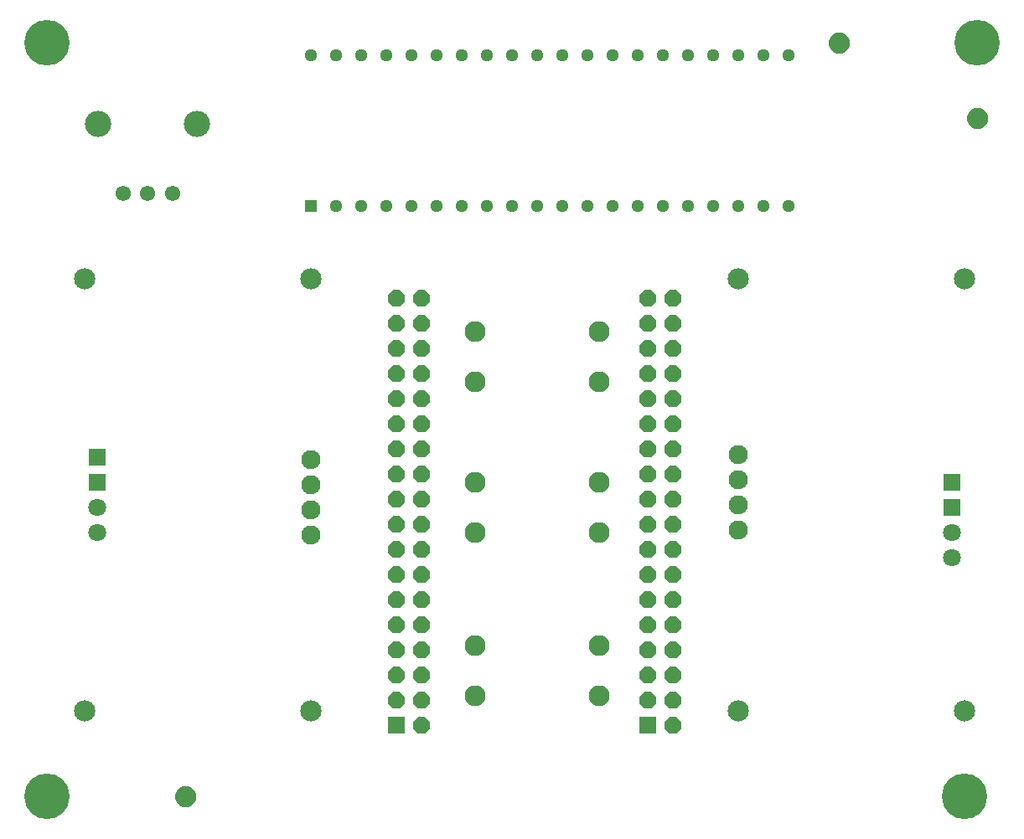
<source format=gbr>
G04 EAGLE Gerber RS-274X export*
G75*
%MOMM*%
%FSLAX34Y34*%
%LPD*%
%INSoldermask Bottom*%
%IPPOS*%
%AMOC8*
5,1,8,0,0,1.08239X$1,22.5*%
G01*
%ADD10R,1.676400X1.676400*%
%ADD11P,1.814519X8X112.500000*%
%ADD12C,2.152400*%
%ADD13C,1.930400*%
%ADD14R,1.292400X1.292400*%
%ADD15C,1.292400*%
%ADD16C,2.112400*%
%ADD17C,1.552400*%
%ADD18C,2.652400*%
%ADD19R,1.803400X1.803400*%
%ADD20C,1.803400*%
%ADD21C,0.609600*%
%ADD22C,1.168400*%
%ADD23C,4.597400*%


D10*
X390900Y109900D03*
D11*
X416300Y109900D03*
X390900Y135300D03*
X416300Y135300D03*
X390900Y160700D03*
X416300Y160700D03*
X390900Y186100D03*
X416300Y186100D03*
X390900Y211500D03*
X416300Y211500D03*
X390900Y236900D03*
X416300Y236900D03*
X390900Y262300D03*
X416300Y262300D03*
X390900Y287700D03*
X416300Y287700D03*
X390900Y313100D03*
X416300Y313100D03*
X390900Y338500D03*
X416300Y338500D03*
X390900Y363900D03*
X416300Y363900D03*
X390900Y389300D03*
X416300Y389300D03*
X390900Y414700D03*
X416300Y414700D03*
X390900Y440100D03*
X416300Y440100D03*
X390900Y465500D03*
X416300Y465500D03*
X390900Y490900D03*
X416300Y490900D03*
X390900Y516300D03*
X416300Y516300D03*
X390900Y541700D03*
X416300Y541700D03*
D10*
X644900Y109900D03*
D11*
X670300Y109900D03*
X644900Y135300D03*
X670300Y135300D03*
X644900Y160700D03*
X670300Y160700D03*
X644900Y186100D03*
X670300Y186100D03*
X644900Y211500D03*
X670300Y211500D03*
X644900Y236900D03*
X670300Y236900D03*
X644900Y262300D03*
X670300Y262300D03*
X644900Y287700D03*
X670300Y287700D03*
X644900Y313100D03*
X670300Y313100D03*
X644900Y338500D03*
X670300Y338500D03*
X644900Y363900D03*
X670300Y363900D03*
X644900Y389300D03*
X670300Y389300D03*
X644900Y414700D03*
X670300Y414700D03*
X644900Y440100D03*
X670300Y440100D03*
X644900Y465500D03*
X670300Y465500D03*
X644900Y490900D03*
X670300Y490900D03*
X644900Y516300D03*
X670300Y516300D03*
X644900Y541700D03*
X670300Y541700D03*
D12*
X76200Y561340D03*
X76200Y124460D03*
X304800Y561340D03*
X304800Y124460D03*
D13*
X304800Y302260D03*
X304800Y327660D03*
X304800Y353060D03*
X304800Y378460D03*
D14*
X304800Y635000D03*
D15*
X330200Y635000D03*
X355600Y635000D03*
X381000Y635000D03*
X406400Y635000D03*
X431800Y635000D03*
X457200Y635000D03*
X482600Y635000D03*
X508000Y635000D03*
X533400Y635000D03*
X558800Y635000D03*
X584200Y635000D03*
X609600Y635000D03*
X635000Y635000D03*
X660400Y635000D03*
X685800Y635000D03*
X711200Y635000D03*
X736600Y635000D03*
X762000Y635000D03*
X787400Y635000D03*
X787400Y787400D03*
X762000Y787400D03*
X736600Y787400D03*
X711200Y787400D03*
X685800Y787400D03*
X660400Y787400D03*
X635000Y787400D03*
X609600Y787400D03*
X584200Y787400D03*
X558800Y787400D03*
X533400Y787400D03*
X508000Y787400D03*
X482600Y787400D03*
X457200Y787400D03*
X431800Y787400D03*
X406400Y787400D03*
X381000Y787400D03*
X355600Y787400D03*
X330200Y787400D03*
X304800Y787400D03*
D16*
X595900Y190100D03*
X595900Y140100D03*
X470900Y140100D03*
X470900Y190100D03*
X595900Y355200D03*
X595900Y305200D03*
X470900Y305200D03*
X470900Y355200D03*
X595900Y507600D03*
X595900Y457600D03*
X470900Y457600D03*
X470900Y507600D03*
D17*
X114700Y647700D03*
X139700Y647700D03*
X164700Y647700D03*
D18*
X89700Y717700D03*
X189700Y717700D03*
D12*
X965200Y124460D03*
X965200Y561340D03*
X736600Y124460D03*
X736600Y561340D03*
D13*
X736600Y383540D03*
X736600Y358140D03*
X736600Y332740D03*
X736600Y307340D03*
D19*
X952500Y355600D03*
X952500Y330200D03*
D20*
X952500Y304800D03*
X952500Y279400D03*
D19*
X88900Y381000D03*
X88900Y355600D03*
D20*
X88900Y330200D03*
X88900Y304800D03*
D21*
X830580Y800100D02*
X830582Y800287D01*
X830589Y800474D01*
X830601Y800661D01*
X830617Y800847D01*
X830637Y801033D01*
X830662Y801218D01*
X830692Y801403D01*
X830726Y801587D01*
X830765Y801770D01*
X830808Y801952D01*
X830856Y802132D01*
X830908Y802312D01*
X830965Y802490D01*
X831025Y802667D01*
X831091Y802842D01*
X831160Y803016D01*
X831234Y803188D01*
X831312Y803358D01*
X831394Y803526D01*
X831480Y803692D01*
X831570Y803856D01*
X831664Y804017D01*
X831762Y804177D01*
X831864Y804333D01*
X831970Y804488D01*
X832080Y804639D01*
X832193Y804788D01*
X832310Y804934D01*
X832430Y805077D01*
X832554Y805217D01*
X832681Y805354D01*
X832812Y805488D01*
X832946Y805619D01*
X833083Y805746D01*
X833223Y805870D01*
X833366Y805990D01*
X833512Y806107D01*
X833661Y806220D01*
X833812Y806330D01*
X833967Y806436D01*
X834123Y806538D01*
X834283Y806636D01*
X834444Y806730D01*
X834608Y806820D01*
X834774Y806906D01*
X834942Y806988D01*
X835112Y807066D01*
X835284Y807140D01*
X835458Y807209D01*
X835633Y807275D01*
X835810Y807335D01*
X835988Y807392D01*
X836168Y807444D01*
X836348Y807492D01*
X836530Y807535D01*
X836713Y807574D01*
X836897Y807608D01*
X837082Y807638D01*
X837267Y807663D01*
X837453Y807683D01*
X837639Y807699D01*
X837826Y807711D01*
X838013Y807718D01*
X838200Y807720D01*
X838387Y807718D01*
X838574Y807711D01*
X838761Y807699D01*
X838947Y807683D01*
X839133Y807663D01*
X839318Y807638D01*
X839503Y807608D01*
X839687Y807574D01*
X839870Y807535D01*
X840052Y807492D01*
X840232Y807444D01*
X840412Y807392D01*
X840590Y807335D01*
X840767Y807275D01*
X840942Y807209D01*
X841116Y807140D01*
X841288Y807066D01*
X841458Y806988D01*
X841626Y806906D01*
X841792Y806820D01*
X841956Y806730D01*
X842117Y806636D01*
X842277Y806538D01*
X842433Y806436D01*
X842588Y806330D01*
X842739Y806220D01*
X842888Y806107D01*
X843034Y805990D01*
X843177Y805870D01*
X843317Y805746D01*
X843454Y805619D01*
X843588Y805488D01*
X843719Y805354D01*
X843846Y805217D01*
X843970Y805077D01*
X844090Y804934D01*
X844207Y804788D01*
X844320Y804639D01*
X844430Y804488D01*
X844536Y804333D01*
X844638Y804177D01*
X844736Y804017D01*
X844830Y803856D01*
X844920Y803692D01*
X845006Y803526D01*
X845088Y803358D01*
X845166Y803188D01*
X845240Y803016D01*
X845309Y802842D01*
X845375Y802667D01*
X845435Y802490D01*
X845492Y802312D01*
X845544Y802132D01*
X845592Y801952D01*
X845635Y801770D01*
X845674Y801587D01*
X845708Y801403D01*
X845738Y801218D01*
X845763Y801033D01*
X845783Y800847D01*
X845799Y800661D01*
X845811Y800474D01*
X845818Y800287D01*
X845820Y800100D01*
X845818Y799913D01*
X845811Y799726D01*
X845799Y799539D01*
X845783Y799353D01*
X845763Y799167D01*
X845738Y798982D01*
X845708Y798797D01*
X845674Y798613D01*
X845635Y798430D01*
X845592Y798248D01*
X845544Y798068D01*
X845492Y797888D01*
X845435Y797710D01*
X845375Y797533D01*
X845309Y797358D01*
X845240Y797184D01*
X845166Y797012D01*
X845088Y796842D01*
X845006Y796674D01*
X844920Y796508D01*
X844830Y796344D01*
X844736Y796183D01*
X844638Y796023D01*
X844536Y795867D01*
X844430Y795712D01*
X844320Y795561D01*
X844207Y795412D01*
X844090Y795266D01*
X843970Y795123D01*
X843846Y794983D01*
X843719Y794846D01*
X843588Y794712D01*
X843454Y794581D01*
X843317Y794454D01*
X843177Y794330D01*
X843034Y794210D01*
X842888Y794093D01*
X842739Y793980D01*
X842588Y793870D01*
X842433Y793764D01*
X842277Y793662D01*
X842117Y793564D01*
X841956Y793470D01*
X841792Y793380D01*
X841626Y793294D01*
X841458Y793212D01*
X841288Y793134D01*
X841116Y793060D01*
X840942Y792991D01*
X840767Y792925D01*
X840590Y792865D01*
X840412Y792808D01*
X840232Y792756D01*
X840052Y792708D01*
X839870Y792665D01*
X839687Y792626D01*
X839503Y792592D01*
X839318Y792562D01*
X839133Y792537D01*
X838947Y792517D01*
X838761Y792501D01*
X838574Y792489D01*
X838387Y792482D01*
X838200Y792480D01*
X838013Y792482D01*
X837826Y792489D01*
X837639Y792501D01*
X837453Y792517D01*
X837267Y792537D01*
X837082Y792562D01*
X836897Y792592D01*
X836713Y792626D01*
X836530Y792665D01*
X836348Y792708D01*
X836168Y792756D01*
X835988Y792808D01*
X835810Y792865D01*
X835633Y792925D01*
X835458Y792991D01*
X835284Y793060D01*
X835112Y793134D01*
X834942Y793212D01*
X834774Y793294D01*
X834608Y793380D01*
X834444Y793470D01*
X834283Y793564D01*
X834123Y793662D01*
X833967Y793764D01*
X833812Y793870D01*
X833661Y793980D01*
X833512Y794093D01*
X833366Y794210D01*
X833223Y794330D01*
X833083Y794454D01*
X832946Y794581D01*
X832812Y794712D01*
X832681Y794846D01*
X832554Y794983D01*
X832430Y795123D01*
X832310Y795266D01*
X832193Y795412D01*
X832080Y795561D01*
X831970Y795712D01*
X831864Y795867D01*
X831762Y796023D01*
X831664Y796183D01*
X831570Y796344D01*
X831480Y796508D01*
X831394Y796674D01*
X831312Y796842D01*
X831234Y797012D01*
X831160Y797184D01*
X831091Y797358D01*
X831025Y797533D01*
X830965Y797710D01*
X830908Y797888D01*
X830856Y798068D01*
X830808Y798248D01*
X830765Y798430D01*
X830726Y798613D01*
X830692Y798797D01*
X830662Y798982D01*
X830637Y799167D01*
X830617Y799353D01*
X830601Y799539D01*
X830589Y799726D01*
X830582Y799913D01*
X830580Y800100D01*
D22*
X838200Y800100D03*
D21*
X970280Y723900D02*
X970282Y724087D01*
X970289Y724274D01*
X970301Y724461D01*
X970317Y724647D01*
X970337Y724833D01*
X970362Y725018D01*
X970392Y725203D01*
X970426Y725387D01*
X970465Y725570D01*
X970508Y725752D01*
X970556Y725932D01*
X970608Y726112D01*
X970665Y726290D01*
X970725Y726467D01*
X970791Y726642D01*
X970860Y726816D01*
X970934Y726988D01*
X971012Y727158D01*
X971094Y727326D01*
X971180Y727492D01*
X971270Y727656D01*
X971364Y727817D01*
X971462Y727977D01*
X971564Y728133D01*
X971670Y728288D01*
X971780Y728439D01*
X971893Y728588D01*
X972010Y728734D01*
X972130Y728877D01*
X972254Y729017D01*
X972381Y729154D01*
X972512Y729288D01*
X972646Y729419D01*
X972783Y729546D01*
X972923Y729670D01*
X973066Y729790D01*
X973212Y729907D01*
X973361Y730020D01*
X973512Y730130D01*
X973667Y730236D01*
X973823Y730338D01*
X973983Y730436D01*
X974144Y730530D01*
X974308Y730620D01*
X974474Y730706D01*
X974642Y730788D01*
X974812Y730866D01*
X974984Y730940D01*
X975158Y731009D01*
X975333Y731075D01*
X975510Y731135D01*
X975688Y731192D01*
X975868Y731244D01*
X976048Y731292D01*
X976230Y731335D01*
X976413Y731374D01*
X976597Y731408D01*
X976782Y731438D01*
X976967Y731463D01*
X977153Y731483D01*
X977339Y731499D01*
X977526Y731511D01*
X977713Y731518D01*
X977900Y731520D01*
X978087Y731518D01*
X978274Y731511D01*
X978461Y731499D01*
X978647Y731483D01*
X978833Y731463D01*
X979018Y731438D01*
X979203Y731408D01*
X979387Y731374D01*
X979570Y731335D01*
X979752Y731292D01*
X979932Y731244D01*
X980112Y731192D01*
X980290Y731135D01*
X980467Y731075D01*
X980642Y731009D01*
X980816Y730940D01*
X980988Y730866D01*
X981158Y730788D01*
X981326Y730706D01*
X981492Y730620D01*
X981656Y730530D01*
X981817Y730436D01*
X981977Y730338D01*
X982133Y730236D01*
X982288Y730130D01*
X982439Y730020D01*
X982588Y729907D01*
X982734Y729790D01*
X982877Y729670D01*
X983017Y729546D01*
X983154Y729419D01*
X983288Y729288D01*
X983419Y729154D01*
X983546Y729017D01*
X983670Y728877D01*
X983790Y728734D01*
X983907Y728588D01*
X984020Y728439D01*
X984130Y728288D01*
X984236Y728133D01*
X984338Y727977D01*
X984436Y727817D01*
X984530Y727656D01*
X984620Y727492D01*
X984706Y727326D01*
X984788Y727158D01*
X984866Y726988D01*
X984940Y726816D01*
X985009Y726642D01*
X985075Y726467D01*
X985135Y726290D01*
X985192Y726112D01*
X985244Y725932D01*
X985292Y725752D01*
X985335Y725570D01*
X985374Y725387D01*
X985408Y725203D01*
X985438Y725018D01*
X985463Y724833D01*
X985483Y724647D01*
X985499Y724461D01*
X985511Y724274D01*
X985518Y724087D01*
X985520Y723900D01*
X985518Y723713D01*
X985511Y723526D01*
X985499Y723339D01*
X985483Y723153D01*
X985463Y722967D01*
X985438Y722782D01*
X985408Y722597D01*
X985374Y722413D01*
X985335Y722230D01*
X985292Y722048D01*
X985244Y721868D01*
X985192Y721688D01*
X985135Y721510D01*
X985075Y721333D01*
X985009Y721158D01*
X984940Y720984D01*
X984866Y720812D01*
X984788Y720642D01*
X984706Y720474D01*
X984620Y720308D01*
X984530Y720144D01*
X984436Y719983D01*
X984338Y719823D01*
X984236Y719667D01*
X984130Y719512D01*
X984020Y719361D01*
X983907Y719212D01*
X983790Y719066D01*
X983670Y718923D01*
X983546Y718783D01*
X983419Y718646D01*
X983288Y718512D01*
X983154Y718381D01*
X983017Y718254D01*
X982877Y718130D01*
X982734Y718010D01*
X982588Y717893D01*
X982439Y717780D01*
X982288Y717670D01*
X982133Y717564D01*
X981977Y717462D01*
X981817Y717364D01*
X981656Y717270D01*
X981492Y717180D01*
X981326Y717094D01*
X981158Y717012D01*
X980988Y716934D01*
X980816Y716860D01*
X980642Y716791D01*
X980467Y716725D01*
X980290Y716665D01*
X980112Y716608D01*
X979932Y716556D01*
X979752Y716508D01*
X979570Y716465D01*
X979387Y716426D01*
X979203Y716392D01*
X979018Y716362D01*
X978833Y716337D01*
X978647Y716317D01*
X978461Y716301D01*
X978274Y716289D01*
X978087Y716282D01*
X977900Y716280D01*
X977713Y716282D01*
X977526Y716289D01*
X977339Y716301D01*
X977153Y716317D01*
X976967Y716337D01*
X976782Y716362D01*
X976597Y716392D01*
X976413Y716426D01*
X976230Y716465D01*
X976048Y716508D01*
X975868Y716556D01*
X975688Y716608D01*
X975510Y716665D01*
X975333Y716725D01*
X975158Y716791D01*
X974984Y716860D01*
X974812Y716934D01*
X974642Y717012D01*
X974474Y717094D01*
X974308Y717180D01*
X974144Y717270D01*
X973983Y717364D01*
X973823Y717462D01*
X973667Y717564D01*
X973512Y717670D01*
X973361Y717780D01*
X973212Y717893D01*
X973066Y718010D01*
X972923Y718130D01*
X972783Y718254D01*
X972646Y718381D01*
X972512Y718512D01*
X972381Y718646D01*
X972254Y718783D01*
X972130Y718923D01*
X972010Y719066D01*
X971893Y719212D01*
X971780Y719361D01*
X971670Y719512D01*
X971564Y719667D01*
X971462Y719823D01*
X971364Y719983D01*
X971270Y720144D01*
X971180Y720308D01*
X971094Y720474D01*
X971012Y720642D01*
X970934Y720812D01*
X970860Y720984D01*
X970791Y721158D01*
X970725Y721333D01*
X970665Y721510D01*
X970608Y721688D01*
X970556Y721868D01*
X970508Y722048D01*
X970465Y722230D01*
X970426Y722413D01*
X970392Y722597D01*
X970362Y722782D01*
X970337Y722967D01*
X970317Y723153D01*
X970301Y723339D01*
X970289Y723526D01*
X970282Y723713D01*
X970280Y723900D01*
D22*
X977900Y723900D03*
D21*
X170180Y38100D02*
X170182Y38287D01*
X170189Y38474D01*
X170201Y38661D01*
X170217Y38847D01*
X170237Y39033D01*
X170262Y39218D01*
X170292Y39403D01*
X170326Y39587D01*
X170365Y39770D01*
X170408Y39952D01*
X170456Y40132D01*
X170508Y40312D01*
X170565Y40490D01*
X170625Y40667D01*
X170691Y40842D01*
X170760Y41016D01*
X170834Y41188D01*
X170912Y41358D01*
X170994Y41526D01*
X171080Y41692D01*
X171170Y41856D01*
X171264Y42017D01*
X171362Y42177D01*
X171464Y42333D01*
X171570Y42488D01*
X171680Y42639D01*
X171793Y42788D01*
X171910Y42934D01*
X172030Y43077D01*
X172154Y43217D01*
X172281Y43354D01*
X172412Y43488D01*
X172546Y43619D01*
X172683Y43746D01*
X172823Y43870D01*
X172966Y43990D01*
X173112Y44107D01*
X173261Y44220D01*
X173412Y44330D01*
X173567Y44436D01*
X173723Y44538D01*
X173883Y44636D01*
X174044Y44730D01*
X174208Y44820D01*
X174374Y44906D01*
X174542Y44988D01*
X174712Y45066D01*
X174884Y45140D01*
X175058Y45209D01*
X175233Y45275D01*
X175410Y45335D01*
X175588Y45392D01*
X175768Y45444D01*
X175948Y45492D01*
X176130Y45535D01*
X176313Y45574D01*
X176497Y45608D01*
X176682Y45638D01*
X176867Y45663D01*
X177053Y45683D01*
X177239Y45699D01*
X177426Y45711D01*
X177613Y45718D01*
X177800Y45720D01*
X177987Y45718D01*
X178174Y45711D01*
X178361Y45699D01*
X178547Y45683D01*
X178733Y45663D01*
X178918Y45638D01*
X179103Y45608D01*
X179287Y45574D01*
X179470Y45535D01*
X179652Y45492D01*
X179832Y45444D01*
X180012Y45392D01*
X180190Y45335D01*
X180367Y45275D01*
X180542Y45209D01*
X180716Y45140D01*
X180888Y45066D01*
X181058Y44988D01*
X181226Y44906D01*
X181392Y44820D01*
X181556Y44730D01*
X181717Y44636D01*
X181877Y44538D01*
X182033Y44436D01*
X182188Y44330D01*
X182339Y44220D01*
X182488Y44107D01*
X182634Y43990D01*
X182777Y43870D01*
X182917Y43746D01*
X183054Y43619D01*
X183188Y43488D01*
X183319Y43354D01*
X183446Y43217D01*
X183570Y43077D01*
X183690Y42934D01*
X183807Y42788D01*
X183920Y42639D01*
X184030Y42488D01*
X184136Y42333D01*
X184238Y42177D01*
X184336Y42017D01*
X184430Y41856D01*
X184520Y41692D01*
X184606Y41526D01*
X184688Y41358D01*
X184766Y41188D01*
X184840Y41016D01*
X184909Y40842D01*
X184975Y40667D01*
X185035Y40490D01*
X185092Y40312D01*
X185144Y40132D01*
X185192Y39952D01*
X185235Y39770D01*
X185274Y39587D01*
X185308Y39403D01*
X185338Y39218D01*
X185363Y39033D01*
X185383Y38847D01*
X185399Y38661D01*
X185411Y38474D01*
X185418Y38287D01*
X185420Y38100D01*
X185418Y37913D01*
X185411Y37726D01*
X185399Y37539D01*
X185383Y37353D01*
X185363Y37167D01*
X185338Y36982D01*
X185308Y36797D01*
X185274Y36613D01*
X185235Y36430D01*
X185192Y36248D01*
X185144Y36068D01*
X185092Y35888D01*
X185035Y35710D01*
X184975Y35533D01*
X184909Y35358D01*
X184840Y35184D01*
X184766Y35012D01*
X184688Y34842D01*
X184606Y34674D01*
X184520Y34508D01*
X184430Y34344D01*
X184336Y34183D01*
X184238Y34023D01*
X184136Y33867D01*
X184030Y33712D01*
X183920Y33561D01*
X183807Y33412D01*
X183690Y33266D01*
X183570Y33123D01*
X183446Y32983D01*
X183319Y32846D01*
X183188Y32712D01*
X183054Y32581D01*
X182917Y32454D01*
X182777Y32330D01*
X182634Y32210D01*
X182488Y32093D01*
X182339Y31980D01*
X182188Y31870D01*
X182033Y31764D01*
X181877Y31662D01*
X181717Y31564D01*
X181556Y31470D01*
X181392Y31380D01*
X181226Y31294D01*
X181058Y31212D01*
X180888Y31134D01*
X180716Y31060D01*
X180542Y30991D01*
X180367Y30925D01*
X180190Y30865D01*
X180012Y30808D01*
X179832Y30756D01*
X179652Y30708D01*
X179470Y30665D01*
X179287Y30626D01*
X179103Y30592D01*
X178918Y30562D01*
X178733Y30537D01*
X178547Y30517D01*
X178361Y30501D01*
X178174Y30489D01*
X177987Y30482D01*
X177800Y30480D01*
X177613Y30482D01*
X177426Y30489D01*
X177239Y30501D01*
X177053Y30517D01*
X176867Y30537D01*
X176682Y30562D01*
X176497Y30592D01*
X176313Y30626D01*
X176130Y30665D01*
X175948Y30708D01*
X175768Y30756D01*
X175588Y30808D01*
X175410Y30865D01*
X175233Y30925D01*
X175058Y30991D01*
X174884Y31060D01*
X174712Y31134D01*
X174542Y31212D01*
X174374Y31294D01*
X174208Y31380D01*
X174044Y31470D01*
X173883Y31564D01*
X173723Y31662D01*
X173567Y31764D01*
X173412Y31870D01*
X173261Y31980D01*
X173112Y32093D01*
X172966Y32210D01*
X172823Y32330D01*
X172683Y32454D01*
X172546Y32581D01*
X172412Y32712D01*
X172281Y32846D01*
X172154Y32983D01*
X172030Y33123D01*
X171910Y33266D01*
X171793Y33412D01*
X171680Y33561D01*
X171570Y33712D01*
X171464Y33867D01*
X171362Y34023D01*
X171264Y34183D01*
X171170Y34344D01*
X171080Y34508D01*
X170994Y34674D01*
X170912Y34842D01*
X170834Y35012D01*
X170760Y35184D01*
X170691Y35358D01*
X170625Y35533D01*
X170565Y35710D01*
X170508Y35888D01*
X170456Y36068D01*
X170408Y36248D01*
X170365Y36430D01*
X170326Y36613D01*
X170292Y36797D01*
X170262Y36982D01*
X170237Y37167D01*
X170217Y37353D01*
X170201Y37539D01*
X170189Y37726D01*
X170182Y37913D01*
X170180Y38100D01*
D22*
X177800Y38100D03*
D23*
X38100Y800100D03*
X38100Y38100D03*
X977900Y800100D03*
X965200Y38100D03*
M02*

</source>
